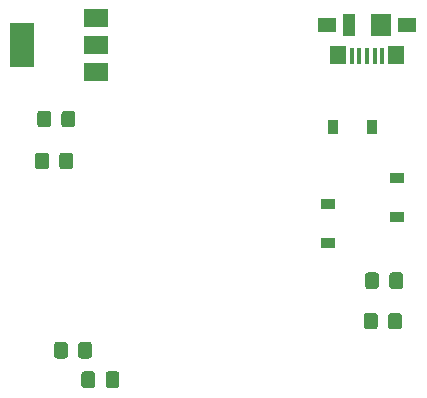
<source format=gbr>
G04 #@! TF.GenerationSoftware,KiCad,Pcbnew,(5.1.5)-3*
G04 #@! TF.CreationDate,2020-03-07T17:44:20+00:00*
G04 #@! TF.ProjectId,DigiSpark v3,44696769-5370-4617-926b-2076332e6b69,rev?*
G04 #@! TF.SameCoordinates,PX291b638PY79240f8*
G04 #@! TF.FileFunction,Paste,Top*
G04 #@! TF.FilePolarity,Positive*
%FSLAX46Y46*%
G04 Gerber Fmt 4.6, Leading zero omitted, Abs format (unit mm)*
G04 Created by KiCad (PCBNEW (5.1.5)-3) date 2020-03-07 17:44:20*
%MOMM*%
%LPD*%
G04 APERTURE LIST*
%ADD10R,1.000000X1.900000*%
%ADD11R,1.800000X1.900000*%
%ADD12R,1.650000X1.300000*%
%ADD13R,1.425000X1.550000*%
%ADD14R,0.450000X1.380000*%
%ADD15C,0.100000*%
%ADD16R,0.900000X1.200000*%
%ADD17R,1.200000X0.900000*%
%ADD18R,2.000000X3.800000*%
%ADD19R,2.000000X1.500000*%
G04 APERTURE END LIST*
D10*
X37261200Y36810800D03*
D11*
X39961200Y36810800D03*
D12*
X35436200Y36810800D03*
X42186200Y36810800D03*
D13*
X36323700Y34235800D03*
X41298700Y34235800D03*
D14*
X37511200Y34150800D03*
X38161200Y34150800D03*
X38811200Y34150800D03*
X39461200Y34150800D03*
X40111200Y34150800D03*
D15*
G36*
X39481905Y12408196D02*
G01*
X39506173Y12404596D01*
X39529972Y12398635D01*
X39553071Y12390370D01*
X39575250Y12379880D01*
X39596293Y12367268D01*
X39615999Y12352653D01*
X39634177Y12336177D01*
X39650653Y12317999D01*
X39665268Y12298293D01*
X39677880Y12277250D01*
X39688370Y12255071D01*
X39696635Y12231972D01*
X39702596Y12208173D01*
X39706196Y12183905D01*
X39707400Y12159401D01*
X39707400Y11259399D01*
X39706196Y11234895D01*
X39702596Y11210627D01*
X39696635Y11186828D01*
X39688370Y11163729D01*
X39677880Y11141550D01*
X39665268Y11120507D01*
X39650653Y11100801D01*
X39634177Y11082623D01*
X39615999Y11066147D01*
X39596293Y11051532D01*
X39575250Y11038920D01*
X39553071Y11028430D01*
X39529972Y11020165D01*
X39506173Y11014204D01*
X39481905Y11010604D01*
X39457401Y11009400D01*
X38807399Y11009400D01*
X38782895Y11010604D01*
X38758627Y11014204D01*
X38734828Y11020165D01*
X38711729Y11028430D01*
X38689550Y11038920D01*
X38668507Y11051532D01*
X38648801Y11066147D01*
X38630623Y11082623D01*
X38614147Y11100801D01*
X38599532Y11120507D01*
X38586920Y11141550D01*
X38576430Y11163729D01*
X38568165Y11186828D01*
X38562204Y11210627D01*
X38558604Y11234895D01*
X38557400Y11259399D01*
X38557400Y12159401D01*
X38558604Y12183905D01*
X38562204Y12208173D01*
X38568165Y12231972D01*
X38576430Y12255071D01*
X38586920Y12277250D01*
X38599532Y12298293D01*
X38614147Y12317999D01*
X38630623Y12336177D01*
X38648801Y12352653D01*
X38668507Y12367268D01*
X38689550Y12379880D01*
X38711729Y12390370D01*
X38734828Y12398635D01*
X38758627Y12404596D01*
X38782895Y12408196D01*
X38807399Y12409400D01*
X39457401Y12409400D01*
X39481905Y12408196D01*
G37*
G36*
X41531905Y12408196D02*
G01*
X41556173Y12404596D01*
X41579972Y12398635D01*
X41603071Y12390370D01*
X41625250Y12379880D01*
X41646293Y12367268D01*
X41665999Y12352653D01*
X41684177Y12336177D01*
X41700653Y12317999D01*
X41715268Y12298293D01*
X41727880Y12277250D01*
X41738370Y12255071D01*
X41746635Y12231972D01*
X41752596Y12208173D01*
X41756196Y12183905D01*
X41757400Y12159401D01*
X41757400Y11259399D01*
X41756196Y11234895D01*
X41752596Y11210627D01*
X41746635Y11186828D01*
X41738370Y11163729D01*
X41727880Y11141550D01*
X41715268Y11120507D01*
X41700653Y11100801D01*
X41684177Y11082623D01*
X41665999Y11066147D01*
X41646293Y11051532D01*
X41625250Y11038920D01*
X41603071Y11028430D01*
X41579972Y11020165D01*
X41556173Y11014204D01*
X41531905Y11010604D01*
X41507401Y11009400D01*
X40857399Y11009400D01*
X40832895Y11010604D01*
X40808627Y11014204D01*
X40784828Y11020165D01*
X40761729Y11028430D01*
X40739550Y11038920D01*
X40718507Y11051532D01*
X40698801Y11066147D01*
X40680623Y11082623D01*
X40664147Y11100801D01*
X40649532Y11120507D01*
X40636920Y11141550D01*
X40626430Y11163729D01*
X40618165Y11186828D01*
X40612204Y11210627D01*
X40608604Y11234895D01*
X40607400Y11259399D01*
X40607400Y12159401D01*
X40608604Y12183905D01*
X40612204Y12208173D01*
X40618165Y12231972D01*
X40626430Y12255071D01*
X40636920Y12277250D01*
X40649532Y12298293D01*
X40664147Y12317999D01*
X40680623Y12336177D01*
X40698801Y12352653D01*
X40718507Y12367268D01*
X40739550Y12379880D01*
X40761729Y12390370D01*
X40784828Y12398635D01*
X40808627Y12404596D01*
X40832895Y12408196D01*
X40857399Y12409400D01*
X41507401Y12409400D01*
X41531905Y12408196D01*
G37*
G36*
X41633505Y15837196D02*
G01*
X41657773Y15833596D01*
X41681572Y15827635D01*
X41704671Y15819370D01*
X41726850Y15808880D01*
X41747893Y15796268D01*
X41767599Y15781653D01*
X41785777Y15765177D01*
X41802253Y15746999D01*
X41816868Y15727293D01*
X41829480Y15706250D01*
X41839970Y15684071D01*
X41848235Y15660972D01*
X41854196Y15637173D01*
X41857796Y15612905D01*
X41859000Y15588401D01*
X41859000Y14688399D01*
X41857796Y14663895D01*
X41854196Y14639627D01*
X41848235Y14615828D01*
X41839970Y14592729D01*
X41829480Y14570550D01*
X41816868Y14549507D01*
X41802253Y14529801D01*
X41785777Y14511623D01*
X41767599Y14495147D01*
X41747893Y14480532D01*
X41726850Y14467920D01*
X41704671Y14457430D01*
X41681572Y14449165D01*
X41657773Y14443204D01*
X41633505Y14439604D01*
X41609001Y14438400D01*
X40958999Y14438400D01*
X40934495Y14439604D01*
X40910227Y14443204D01*
X40886428Y14449165D01*
X40863329Y14457430D01*
X40841150Y14467920D01*
X40820107Y14480532D01*
X40800401Y14495147D01*
X40782223Y14511623D01*
X40765747Y14529801D01*
X40751132Y14549507D01*
X40738520Y14570550D01*
X40728030Y14592729D01*
X40719765Y14615828D01*
X40713804Y14639627D01*
X40710204Y14663895D01*
X40709000Y14688399D01*
X40709000Y15588401D01*
X40710204Y15612905D01*
X40713804Y15637173D01*
X40719765Y15660972D01*
X40728030Y15684071D01*
X40738520Y15706250D01*
X40751132Y15727293D01*
X40765747Y15746999D01*
X40782223Y15765177D01*
X40800401Y15781653D01*
X40820107Y15796268D01*
X40841150Y15808880D01*
X40863329Y15819370D01*
X40886428Y15827635D01*
X40910227Y15833596D01*
X40934495Y15837196D01*
X40958999Y15838400D01*
X41609001Y15838400D01*
X41633505Y15837196D01*
G37*
G36*
X39583505Y15837196D02*
G01*
X39607773Y15833596D01*
X39631572Y15827635D01*
X39654671Y15819370D01*
X39676850Y15808880D01*
X39697893Y15796268D01*
X39717599Y15781653D01*
X39735777Y15765177D01*
X39752253Y15746999D01*
X39766868Y15727293D01*
X39779480Y15706250D01*
X39789970Y15684071D01*
X39798235Y15660972D01*
X39804196Y15637173D01*
X39807796Y15612905D01*
X39809000Y15588401D01*
X39809000Y14688399D01*
X39807796Y14663895D01*
X39804196Y14639627D01*
X39798235Y14615828D01*
X39789970Y14592729D01*
X39779480Y14570550D01*
X39766868Y14549507D01*
X39752253Y14529801D01*
X39735777Y14511623D01*
X39717599Y14495147D01*
X39697893Y14480532D01*
X39676850Y14467920D01*
X39654671Y14457430D01*
X39631572Y14449165D01*
X39607773Y14443204D01*
X39583505Y14439604D01*
X39559001Y14438400D01*
X38908999Y14438400D01*
X38884495Y14439604D01*
X38860227Y14443204D01*
X38836428Y14449165D01*
X38813329Y14457430D01*
X38791150Y14467920D01*
X38770107Y14480532D01*
X38750401Y14495147D01*
X38732223Y14511623D01*
X38715747Y14529801D01*
X38701132Y14549507D01*
X38688520Y14570550D01*
X38678030Y14592729D01*
X38669765Y14615828D01*
X38663804Y14639627D01*
X38660204Y14663895D01*
X38659000Y14688399D01*
X38659000Y15588401D01*
X38660204Y15612905D01*
X38663804Y15637173D01*
X38669765Y15660972D01*
X38678030Y15684071D01*
X38688520Y15706250D01*
X38701132Y15727293D01*
X38715747Y15746999D01*
X38732223Y15765177D01*
X38750401Y15781653D01*
X38770107Y15796268D01*
X38791150Y15808880D01*
X38813329Y15819370D01*
X38836428Y15827635D01*
X38860227Y15833596D01*
X38884495Y15837196D01*
X38908999Y15838400D01*
X39559001Y15838400D01*
X39583505Y15837196D01*
G37*
D16*
X35967400Y28168600D03*
X39267400Y28168600D03*
D17*
X35483800Y21589000D03*
X35483800Y18289000D03*
X41325800Y20524200D03*
X41325800Y23824200D03*
D15*
G36*
X13693505Y25971796D02*
G01*
X13717773Y25968196D01*
X13741572Y25962235D01*
X13764671Y25953970D01*
X13786850Y25943480D01*
X13807893Y25930868D01*
X13827599Y25916253D01*
X13845777Y25899777D01*
X13862253Y25881599D01*
X13876868Y25861893D01*
X13889480Y25840850D01*
X13899970Y25818671D01*
X13908235Y25795572D01*
X13914196Y25771773D01*
X13917796Y25747505D01*
X13919000Y25723001D01*
X13919000Y24822999D01*
X13917796Y24798495D01*
X13914196Y24774227D01*
X13908235Y24750428D01*
X13899970Y24727329D01*
X13889480Y24705150D01*
X13876868Y24684107D01*
X13862253Y24664401D01*
X13845777Y24646223D01*
X13827599Y24629747D01*
X13807893Y24615132D01*
X13786850Y24602520D01*
X13764671Y24592030D01*
X13741572Y24583765D01*
X13717773Y24577804D01*
X13693505Y24574204D01*
X13669001Y24573000D01*
X13018999Y24573000D01*
X12994495Y24574204D01*
X12970227Y24577804D01*
X12946428Y24583765D01*
X12923329Y24592030D01*
X12901150Y24602520D01*
X12880107Y24615132D01*
X12860401Y24629747D01*
X12842223Y24646223D01*
X12825747Y24664401D01*
X12811132Y24684107D01*
X12798520Y24705150D01*
X12788030Y24727329D01*
X12779765Y24750428D01*
X12773804Y24774227D01*
X12770204Y24798495D01*
X12769000Y24822999D01*
X12769000Y25723001D01*
X12770204Y25747505D01*
X12773804Y25771773D01*
X12779765Y25795572D01*
X12788030Y25818671D01*
X12798520Y25840850D01*
X12811132Y25861893D01*
X12825747Y25881599D01*
X12842223Y25899777D01*
X12860401Y25916253D01*
X12880107Y25930868D01*
X12901150Y25943480D01*
X12923329Y25953970D01*
X12946428Y25962235D01*
X12970227Y25968196D01*
X12994495Y25971796D01*
X13018999Y25973000D01*
X13669001Y25973000D01*
X13693505Y25971796D01*
G37*
G36*
X11643505Y25971796D02*
G01*
X11667773Y25968196D01*
X11691572Y25962235D01*
X11714671Y25953970D01*
X11736850Y25943480D01*
X11757893Y25930868D01*
X11777599Y25916253D01*
X11795777Y25899777D01*
X11812253Y25881599D01*
X11826868Y25861893D01*
X11839480Y25840850D01*
X11849970Y25818671D01*
X11858235Y25795572D01*
X11864196Y25771773D01*
X11867796Y25747505D01*
X11869000Y25723001D01*
X11869000Y24822999D01*
X11867796Y24798495D01*
X11864196Y24774227D01*
X11858235Y24750428D01*
X11849970Y24727329D01*
X11839480Y24705150D01*
X11826868Y24684107D01*
X11812253Y24664401D01*
X11795777Y24646223D01*
X11777599Y24629747D01*
X11757893Y24615132D01*
X11736850Y24602520D01*
X11714671Y24592030D01*
X11691572Y24583765D01*
X11667773Y24577804D01*
X11643505Y24574204D01*
X11619001Y24573000D01*
X10968999Y24573000D01*
X10944495Y24574204D01*
X10920227Y24577804D01*
X10896428Y24583765D01*
X10873329Y24592030D01*
X10851150Y24602520D01*
X10830107Y24615132D01*
X10810401Y24629747D01*
X10792223Y24646223D01*
X10775747Y24664401D01*
X10761132Y24684107D01*
X10748520Y24705150D01*
X10738030Y24727329D01*
X10729765Y24750428D01*
X10723804Y24774227D01*
X10720204Y24798495D01*
X10719000Y24822999D01*
X10719000Y25723001D01*
X10720204Y25747505D01*
X10723804Y25771773D01*
X10729765Y25795572D01*
X10738030Y25818671D01*
X10748520Y25840850D01*
X10761132Y25861893D01*
X10775747Y25881599D01*
X10792223Y25899777D01*
X10810401Y25916253D01*
X10830107Y25930868D01*
X10851150Y25943480D01*
X10873329Y25953970D01*
X10896428Y25962235D01*
X10920227Y25968196D01*
X10944495Y25971796D01*
X10968999Y25973000D01*
X11619001Y25973000D01*
X11643505Y25971796D01*
G37*
G36*
X17605105Y7455196D02*
G01*
X17629373Y7451596D01*
X17653172Y7445635D01*
X17676271Y7437370D01*
X17698450Y7426880D01*
X17719493Y7414268D01*
X17739199Y7399653D01*
X17757377Y7383177D01*
X17773853Y7364999D01*
X17788468Y7345293D01*
X17801080Y7324250D01*
X17811570Y7302071D01*
X17819835Y7278972D01*
X17825796Y7255173D01*
X17829396Y7230905D01*
X17830600Y7206401D01*
X17830600Y6306399D01*
X17829396Y6281895D01*
X17825796Y6257627D01*
X17819835Y6233828D01*
X17811570Y6210729D01*
X17801080Y6188550D01*
X17788468Y6167507D01*
X17773853Y6147801D01*
X17757377Y6129623D01*
X17739199Y6113147D01*
X17719493Y6098532D01*
X17698450Y6085920D01*
X17676271Y6075430D01*
X17653172Y6067165D01*
X17629373Y6061204D01*
X17605105Y6057604D01*
X17580601Y6056400D01*
X16930599Y6056400D01*
X16906095Y6057604D01*
X16881827Y6061204D01*
X16858028Y6067165D01*
X16834929Y6075430D01*
X16812750Y6085920D01*
X16791707Y6098532D01*
X16772001Y6113147D01*
X16753823Y6129623D01*
X16737347Y6147801D01*
X16722732Y6167507D01*
X16710120Y6188550D01*
X16699630Y6210729D01*
X16691365Y6233828D01*
X16685404Y6257627D01*
X16681804Y6281895D01*
X16680600Y6306399D01*
X16680600Y7206401D01*
X16681804Y7230905D01*
X16685404Y7255173D01*
X16691365Y7278972D01*
X16699630Y7302071D01*
X16710120Y7324250D01*
X16722732Y7345293D01*
X16737347Y7364999D01*
X16753823Y7383177D01*
X16772001Y7399653D01*
X16791707Y7414268D01*
X16812750Y7426880D01*
X16834929Y7437370D01*
X16858028Y7445635D01*
X16881827Y7451596D01*
X16906095Y7455196D01*
X16930599Y7456400D01*
X17580601Y7456400D01*
X17605105Y7455196D01*
G37*
G36*
X15555105Y7455196D02*
G01*
X15579373Y7451596D01*
X15603172Y7445635D01*
X15626271Y7437370D01*
X15648450Y7426880D01*
X15669493Y7414268D01*
X15689199Y7399653D01*
X15707377Y7383177D01*
X15723853Y7364999D01*
X15738468Y7345293D01*
X15751080Y7324250D01*
X15761570Y7302071D01*
X15769835Y7278972D01*
X15775796Y7255173D01*
X15779396Y7230905D01*
X15780600Y7206401D01*
X15780600Y6306399D01*
X15779396Y6281895D01*
X15775796Y6257627D01*
X15769835Y6233828D01*
X15761570Y6210729D01*
X15751080Y6188550D01*
X15738468Y6167507D01*
X15723853Y6147801D01*
X15707377Y6129623D01*
X15689199Y6113147D01*
X15669493Y6098532D01*
X15648450Y6085920D01*
X15626271Y6075430D01*
X15603172Y6067165D01*
X15579373Y6061204D01*
X15555105Y6057604D01*
X15530601Y6056400D01*
X14880599Y6056400D01*
X14856095Y6057604D01*
X14831827Y6061204D01*
X14808028Y6067165D01*
X14784929Y6075430D01*
X14762750Y6085920D01*
X14741707Y6098532D01*
X14722001Y6113147D01*
X14703823Y6129623D01*
X14687347Y6147801D01*
X14672732Y6167507D01*
X14660120Y6188550D01*
X14649630Y6210729D01*
X14641365Y6233828D01*
X14635404Y6257627D01*
X14631804Y6281895D01*
X14630600Y6306399D01*
X14630600Y7206401D01*
X14631804Y7230905D01*
X14635404Y7255173D01*
X14641365Y7278972D01*
X14649630Y7302071D01*
X14660120Y7324250D01*
X14672732Y7345293D01*
X14687347Y7364999D01*
X14703823Y7383177D01*
X14722001Y7399653D01*
X14741707Y7414268D01*
X14762750Y7426880D01*
X14784929Y7437370D01*
X14808028Y7445635D01*
X14831827Y7451596D01*
X14856095Y7455196D01*
X14880599Y7456400D01*
X15530601Y7456400D01*
X15555105Y7455196D01*
G37*
G36*
X11821305Y29527796D02*
G01*
X11845573Y29524196D01*
X11869372Y29518235D01*
X11892471Y29509970D01*
X11914650Y29499480D01*
X11935693Y29486868D01*
X11955399Y29472253D01*
X11973577Y29455777D01*
X11990053Y29437599D01*
X12004668Y29417893D01*
X12017280Y29396850D01*
X12027770Y29374671D01*
X12036035Y29351572D01*
X12041996Y29327773D01*
X12045596Y29303505D01*
X12046800Y29279001D01*
X12046800Y28378999D01*
X12045596Y28354495D01*
X12041996Y28330227D01*
X12036035Y28306428D01*
X12027770Y28283329D01*
X12017280Y28261150D01*
X12004668Y28240107D01*
X11990053Y28220401D01*
X11973577Y28202223D01*
X11955399Y28185747D01*
X11935693Y28171132D01*
X11914650Y28158520D01*
X11892471Y28148030D01*
X11869372Y28139765D01*
X11845573Y28133804D01*
X11821305Y28130204D01*
X11796801Y28129000D01*
X11146799Y28129000D01*
X11122295Y28130204D01*
X11098027Y28133804D01*
X11074228Y28139765D01*
X11051129Y28148030D01*
X11028950Y28158520D01*
X11007907Y28171132D01*
X10988201Y28185747D01*
X10970023Y28202223D01*
X10953547Y28220401D01*
X10938932Y28240107D01*
X10926320Y28261150D01*
X10915830Y28283329D01*
X10907565Y28306428D01*
X10901604Y28330227D01*
X10898004Y28354495D01*
X10896800Y28378999D01*
X10896800Y29279001D01*
X10898004Y29303505D01*
X10901604Y29327773D01*
X10907565Y29351572D01*
X10915830Y29374671D01*
X10926320Y29396850D01*
X10938932Y29417893D01*
X10953547Y29437599D01*
X10970023Y29455777D01*
X10988201Y29472253D01*
X11007907Y29486868D01*
X11028950Y29499480D01*
X11051129Y29509970D01*
X11074228Y29518235D01*
X11098027Y29524196D01*
X11122295Y29527796D01*
X11146799Y29529000D01*
X11796801Y29529000D01*
X11821305Y29527796D01*
G37*
G36*
X13871305Y29527796D02*
G01*
X13895573Y29524196D01*
X13919372Y29518235D01*
X13942471Y29509970D01*
X13964650Y29499480D01*
X13985693Y29486868D01*
X14005399Y29472253D01*
X14023577Y29455777D01*
X14040053Y29437599D01*
X14054668Y29417893D01*
X14067280Y29396850D01*
X14077770Y29374671D01*
X14086035Y29351572D01*
X14091996Y29327773D01*
X14095596Y29303505D01*
X14096800Y29279001D01*
X14096800Y28378999D01*
X14095596Y28354495D01*
X14091996Y28330227D01*
X14086035Y28306428D01*
X14077770Y28283329D01*
X14067280Y28261150D01*
X14054668Y28240107D01*
X14040053Y28220401D01*
X14023577Y28202223D01*
X14005399Y28185747D01*
X13985693Y28171132D01*
X13964650Y28158520D01*
X13942471Y28148030D01*
X13919372Y28139765D01*
X13895573Y28133804D01*
X13871305Y28130204D01*
X13846801Y28129000D01*
X13196799Y28129000D01*
X13172295Y28130204D01*
X13148027Y28133804D01*
X13124228Y28139765D01*
X13101129Y28148030D01*
X13078950Y28158520D01*
X13057907Y28171132D01*
X13038201Y28185747D01*
X13020023Y28202223D01*
X13003547Y28220401D01*
X12988932Y28240107D01*
X12976320Y28261150D01*
X12965830Y28283329D01*
X12957565Y28306428D01*
X12951604Y28330227D01*
X12948004Y28354495D01*
X12946800Y28378999D01*
X12946800Y29279001D01*
X12948004Y29303505D01*
X12951604Y29327773D01*
X12957565Y29351572D01*
X12965830Y29374671D01*
X12976320Y29396850D01*
X12988932Y29417893D01*
X13003547Y29437599D01*
X13020023Y29455777D01*
X13038201Y29472253D01*
X13057907Y29486868D01*
X13078950Y29499480D01*
X13101129Y29509970D01*
X13124228Y29518235D01*
X13148027Y29524196D01*
X13172295Y29527796D01*
X13196799Y29529000D01*
X13846801Y29529000D01*
X13871305Y29527796D01*
G37*
G36*
X15293705Y9944396D02*
G01*
X15317973Y9940796D01*
X15341772Y9934835D01*
X15364871Y9926570D01*
X15387050Y9916080D01*
X15408093Y9903468D01*
X15427799Y9888853D01*
X15445977Y9872377D01*
X15462453Y9854199D01*
X15477068Y9834493D01*
X15489680Y9813450D01*
X15500170Y9791271D01*
X15508435Y9768172D01*
X15514396Y9744373D01*
X15517996Y9720105D01*
X15519200Y9695601D01*
X15519200Y8795599D01*
X15517996Y8771095D01*
X15514396Y8746827D01*
X15508435Y8723028D01*
X15500170Y8699929D01*
X15489680Y8677750D01*
X15477068Y8656707D01*
X15462453Y8637001D01*
X15445977Y8618823D01*
X15427799Y8602347D01*
X15408093Y8587732D01*
X15387050Y8575120D01*
X15364871Y8564630D01*
X15341772Y8556365D01*
X15317973Y8550404D01*
X15293705Y8546804D01*
X15269201Y8545600D01*
X14619199Y8545600D01*
X14594695Y8546804D01*
X14570427Y8550404D01*
X14546628Y8556365D01*
X14523529Y8564630D01*
X14501350Y8575120D01*
X14480307Y8587732D01*
X14460601Y8602347D01*
X14442423Y8618823D01*
X14425947Y8637001D01*
X14411332Y8656707D01*
X14398720Y8677750D01*
X14388230Y8699929D01*
X14379965Y8723028D01*
X14374004Y8746827D01*
X14370404Y8771095D01*
X14369200Y8795599D01*
X14369200Y9695601D01*
X14370404Y9720105D01*
X14374004Y9744373D01*
X14379965Y9768172D01*
X14388230Y9791271D01*
X14398720Y9813450D01*
X14411332Y9834493D01*
X14425947Y9854199D01*
X14442423Y9872377D01*
X14460601Y9888853D01*
X14480307Y9903468D01*
X14501350Y9916080D01*
X14523529Y9926570D01*
X14546628Y9934835D01*
X14570427Y9940796D01*
X14594695Y9944396D01*
X14619199Y9945600D01*
X15269201Y9945600D01*
X15293705Y9944396D01*
G37*
G36*
X13243705Y9944396D02*
G01*
X13267973Y9940796D01*
X13291772Y9934835D01*
X13314871Y9926570D01*
X13337050Y9916080D01*
X13358093Y9903468D01*
X13377799Y9888853D01*
X13395977Y9872377D01*
X13412453Y9854199D01*
X13427068Y9834493D01*
X13439680Y9813450D01*
X13450170Y9791271D01*
X13458435Y9768172D01*
X13464396Y9744373D01*
X13467996Y9720105D01*
X13469200Y9695601D01*
X13469200Y8795599D01*
X13467996Y8771095D01*
X13464396Y8746827D01*
X13458435Y8723028D01*
X13450170Y8699929D01*
X13439680Y8677750D01*
X13427068Y8656707D01*
X13412453Y8637001D01*
X13395977Y8618823D01*
X13377799Y8602347D01*
X13358093Y8587732D01*
X13337050Y8575120D01*
X13314871Y8564630D01*
X13291772Y8556365D01*
X13267973Y8550404D01*
X13243705Y8546804D01*
X13219201Y8545600D01*
X12569199Y8545600D01*
X12544695Y8546804D01*
X12520427Y8550404D01*
X12496628Y8556365D01*
X12473529Y8564630D01*
X12451350Y8575120D01*
X12430307Y8587732D01*
X12410601Y8602347D01*
X12392423Y8618823D01*
X12375947Y8637001D01*
X12361332Y8656707D01*
X12348720Y8677750D01*
X12338230Y8699929D01*
X12329965Y8723028D01*
X12324004Y8746827D01*
X12320404Y8771095D01*
X12319200Y8795599D01*
X12319200Y9695601D01*
X12320404Y9720105D01*
X12324004Y9744373D01*
X12329965Y9768172D01*
X12338230Y9791271D01*
X12348720Y9813450D01*
X12361332Y9834493D01*
X12375947Y9854199D01*
X12392423Y9872377D01*
X12410601Y9888853D01*
X12430307Y9903468D01*
X12451350Y9916080D01*
X12473529Y9926570D01*
X12496628Y9934835D01*
X12520427Y9940796D01*
X12544695Y9944396D01*
X12569199Y9945600D01*
X13219201Y9945600D01*
X13243705Y9944396D01*
G37*
D18*
X9600800Y35102800D03*
D19*
X15900800Y35102800D03*
X15900800Y37402800D03*
X15900800Y32802800D03*
M02*

</source>
